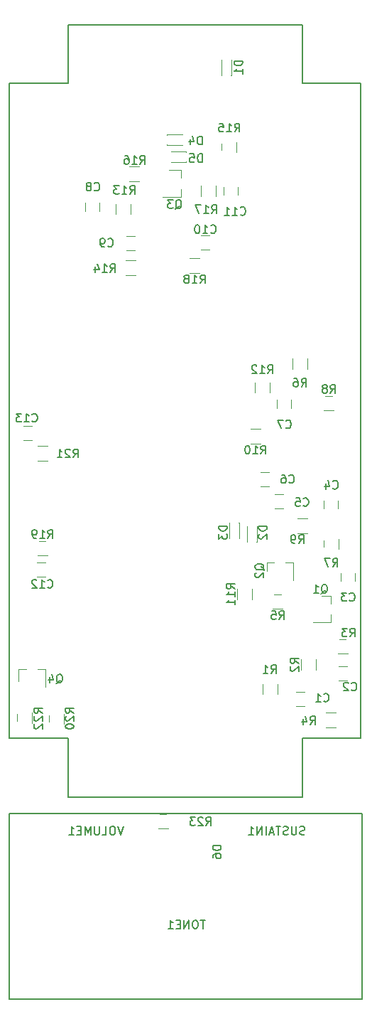
<source format=gbr>
G04 #@! TF.FileFunction,Legend,Bot*
%FSLAX46Y46*%
G04 Gerber Fmt 4.6, Leading zero omitted, Abs format (unit mm)*
G04 Created by KiCad (PCBNEW 4.0.6) date 12/30/17 00:01:55*
%MOMM*%
%LPD*%
G01*
G04 APERTURE LIST*
%ADD10C,0.100000*%
%ADD11C,0.150000*%
%ADD12C,0.120000*%
%ADD13R,1.200000X1.300000*%
%ADD14R,3.900000X3.900000*%
%ADD15O,5.400000X4.400000*%
%ADD16R,1.300000X1.200000*%
%ADD17O,4.400000X3.900000*%
%ADD18R,1.400000X1.650000*%
%ADD19R,1.650000X1.400000*%
%ADD20R,1.100000X1.000000*%
%ADD21R,1.000000X1.100000*%
%ADD22R,1.700000X1.100000*%
%ADD23R,1.100000X1.700000*%
%ADD24C,2.200000*%
%ADD25C,3.400000*%
%ADD26R,2.200000X2.200000*%
%ADD27R,2.100000X2.100000*%
%ADD28O,2.100000X2.100000*%
G04 APERTURE END LIST*
D10*
D11*
X96012000Y-188849000D02*
X96012000Y-110871000D01*
X61087000Y-195834000D02*
X89027000Y-195834000D01*
X61087000Y-188849000D02*
X54102000Y-188849000D01*
X54102000Y-110871000D02*
X54102000Y-188849000D01*
X89027000Y-103886000D02*
X61087000Y-103886000D01*
X96139000Y-197802500D02*
X54102000Y-197802500D01*
X96139000Y-197802500D02*
X96012000Y-197802500D01*
X96139000Y-219900500D02*
X96139000Y-197802500D01*
X54102000Y-219900500D02*
X54102000Y-197929500D01*
X54102000Y-197802500D02*
X54102000Y-197929500D01*
X54178200Y-219875100D02*
X96189800Y-219875100D01*
X61087000Y-110871000D02*
X54102000Y-110871000D01*
X61087000Y-103886000D02*
X61087000Y-110871000D01*
X89027000Y-110871000D02*
X96012000Y-110871000D01*
X89027000Y-103886000D02*
X89027000Y-110871000D01*
X89027000Y-188849000D02*
X89027000Y-195834000D01*
X96012000Y-188849000D02*
X89027000Y-188849000D01*
X61087000Y-188849000D02*
X61087000Y-195834000D01*
D12*
X55189000Y-180596000D02*
X56119000Y-180596000D01*
X58349000Y-180596000D02*
X57419000Y-180596000D01*
X58349000Y-180596000D02*
X58349000Y-182756000D01*
X55189000Y-180596000D02*
X55189000Y-182056000D01*
X92454000Y-171902000D02*
X92454000Y-172832000D01*
X92454000Y-175062000D02*
X92454000Y-174132000D01*
X92454000Y-175062000D02*
X90294000Y-175062000D01*
X92454000Y-171902000D02*
X90994000Y-171902000D01*
X84780000Y-167896000D02*
X85710000Y-167896000D01*
X87940000Y-167896000D02*
X87010000Y-167896000D01*
X87940000Y-167896000D02*
X87940000Y-170056000D01*
X84780000Y-167896000D02*
X84780000Y-169356000D01*
X74547000Y-121229000D02*
X74547000Y-122159000D01*
X74547000Y-124389000D02*
X74547000Y-123459000D01*
X74547000Y-124389000D02*
X72387000Y-124389000D01*
X74547000Y-121229000D02*
X73087000Y-121229000D01*
X88273000Y-183300000D02*
X89273000Y-183300000D01*
X89273000Y-185000000D02*
X88273000Y-185000000D01*
X93353000Y-180252000D02*
X94353000Y-180252000D01*
X94353000Y-181952000D02*
X93353000Y-181952000D01*
X93638000Y-170172000D02*
X93638000Y-169172000D01*
X95338000Y-169172000D02*
X95338000Y-170172000D01*
X91606000Y-161536000D02*
X91606000Y-160536000D01*
X93306000Y-160536000D02*
X93306000Y-161536000D01*
X86733000Y-161505000D02*
X85733000Y-161505000D01*
X85733000Y-159805000D02*
X86733000Y-159805000D01*
X85082000Y-158838000D02*
X84082000Y-158838000D01*
X84082000Y-157138000D02*
X85082000Y-157138000D01*
X87718000Y-148534500D02*
X87718000Y-149534500D01*
X86018000Y-149534500D02*
X86018000Y-148534500D01*
X63158000Y-126103000D02*
X63158000Y-125103000D01*
X64858000Y-125103000D02*
X64858000Y-126103000D01*
X68080000Y-129071000D02*
X69080000Y-129071000D01*
X69080000Y-130771000D02*
X68080000Y-130771000D01*
X76970000Y-128944000D02*
X77970000Y-128944000D01*
X77970000Y-130644000D02*
X76970000Y-130644000D01*
X81368000Y-123198000D02*
X81368000Y-124198000D01*
X79668000Y-124198000D02*
X79668000Y-123198000D01*
X58412000Y-169633000D02*
X57412000Y-169633000D01*
X57412000Y-167933000D02*
X58412000Y-167933000D01*
X56761000Y-153377000D02*
X55761000Y-153377000D01*
X55761000Y-151677000D02*
X56761000Y-151677000D01*
X80610000Y-109938200D02*
X79410000Y-109938200D01*
X80610000Y-108088200D02*
X80610000Y-109938200D01*
X79410000Y-108088200D02*
X79410000Y-109938200D01*
X83658000Y-165488000D02*
X82458000Y-165488000D01*
X83658000Y-163638000D02*
X83658000Y-165488000D01*
X82458000Y-163638000D02*
X82458000Y-165488000D01*
X80299000Y-163188000D02*
X81499000Y-163188000D01*
X80299000Y-165038000D02*
X80299000Y-163188000D01*
X81499000Y-165038000D02*
X81499000Y-163188000D01*
X75191000Y-119034000D02*
X75191000Y-120234000D01*
X73341000Y-119034000D02*
X75191000Y-119034000D01*
X73341000Y-120234000D02*
X75191000Y-120234000D01*
X84337000Y-182407000D02*
X84337000Y-183607000D01*
X86097000Y-183607000D02*
X86097000Y-182407000D01*
X90669000Y-180686000D02*
X90669000Y-179486000D01*
X88909000Y-179486000D02*
X88909000Y-180686000D01*
X93253000Y-178807000D02*
X94453000Y-178807000D01*
X94453000Y-177047000D02*
X93253000Y-177047000D01*
X91856000Y-187570000D02*
X93056000Y-187570000D01*
X93056000Y-185810000D02*
X91856000Y-185810000D01*
X86706000Y-171713000D02*
X85506000Y-171713000D01*
X85506000Y-173473000D02*
X86706000Y-173473000D01*
X89653000Y-144872000D02*
X89653000Y-143672000D01*
X87893000Y-143672000D02*
X87893000Y-144872000D01*
X93336000Y-166335000D02*
X93336000Y-165135000D01*
X91576000Y-165135000D02*
X91576000Y-166335000D01*
X91602000Y-149851000D02*
X92802000Y-149851000D01*
X92802000Y-148091000D02*
X91602000Y-148091000D01*
X89627000Y-162696000D02*
X88427000Y-162696000D01*
X88427000Y-164456000D02*
X89627000Y-164456000D01*
X84039000Y-152028000D02*
X82839000Y-152028000D01*
X82839000Y-153788000D02*
X84039000Y-153788000D01*
X83049000Y-172304000D02*
X83049000Y-171104000D01*
X81289000Y-171104000D02*
X81289000Y-172304000D01*
X83384500Y-146529500D02*
X83384500Y-147729500D01*
X85144500Y-147729500D02*
X85144500Y-146529500D01*
X66811000Y-125257000D02*
X66811000Y-126457000D01*
X68571000Y-126457000D02*
X68571000Y-125257000D01*
X67980000Y-133722000D02*
X69180000Y-133722000D01*
X69180000Y-131962000D02*
X67980000Y-131962000D01*
X81144000Y-119091000D02*
X81144000Y-117891000D01*
X79384000Y-117891000D02*
X79384000Y-119091000D01*
X68361000Y-122546000D02*
X69561000Y-122546000D01*
X69561000Y-120786000D02*
X68361000Y-120786000D01*
X76971000Y-123098000D02*
X76971000Y-124298000D01*
X78731000Y-124298000D02*
X78731000Y-123098000D01*
X76800000Y-131708000D02*
X75600000Y-131708000D01*
X75600000Y-133468000D02*
X76800000Y-133468000D01*
X57439000Y-167123000D02*
X58639000Y-167123000D01*
X58639000Y-165363000D02*
X57439000Y-165363000D01*
X60570000Y-187163000D02*
X60570000Y-185963000D01*
X58810000Y-185963000D02*
X58810000Y-187163000D01*
X57439000Y-155820000D02*
X58639000Y-155820000D01*
X58639000Y-154060000D02*
X57439000Y-154060000D01*
X56760000Y-187036000D02*
X56760000Y-185836000D01*
X55000000Y-185836000D02*
X55000000Y-187036000D01*
X71853500Y-199635000D02*
X73053500Y-199635000D01*
X73053500Y-197875000D02*
X71853500Y-197875000D01*
X72891000Y-118202000D02*
X72891000Y-117002000D01*
X74741000Y-118202000D02*
X72891000Y-118202000D01*
X74741000Y-117002000D02*
X72891000Y-117002000D01*
D11*
X59683638Y-182335419D02*
X59778876Y-182287800D01*
X59874114Y-182192562D01*
X60016971Y-182049705D01*
X60112210Y-182002086D01*
X60207448Y-182002086D01*
X60159829Y-182240181D02*
X60255067Y-182192562D01*
X60350305Y-182097324D01*
X60397924Y-181906848D01*
X60397924Y-181573514D01*
X60350305Y-181383038D01*
X60255067Y-181287800D01*
X60159829Y-181240181D01*
X59969352Y-181240181D01*
X59874114Y-181287800D01*
X59778876Y-181383038D01*
X59731257Y-181573514D01*
X59731257Y-181906848D01*
X59778876Y-182097324D01*
X59874114Y-182192562D01*
X59969352Y-182240181D01*
X60159829Y-182240181D01*
X58874114Y-181573514D02*
X58874114Y-182240181D01*
X59112210Y-181192562D02*
X59350305Y-181906848D01*
X58731257Y-181906848D01*
X91281238Y-171642019D02*
X91376476Y-171594400D01*
X91471714Y-171499162D01*
X91614571Y-171356305D01*
X91709810Y-171308686D01*
X91805048Y-171308686D01*
X91757429Y-171546781D02*
X91852667Y-171499162D01*
X91947905Y-171403924D01*
X91995524Y-171213448D01*
X91995524Y-170880114D01*
X91947905Y-170689638D01*
X91852667Y-170594400D01*
X91757429Y-170546781D01*
X91566952Y-170546781D01*
X91471714Y-170594400D01*
X91376476Y-170689638D01*
X91328857Y-170880114D01*
X91328857Y-171213448D01*
X91376476Y-171403924D01*
X91471714Y-171499162D01*
X91566952Y-171546781D01*
X91757429Y-171546781D01*
X90376476Y-171546781D02*
X90947905Y-171546781D01*
X90662191Y-171546781D02*
X90662191Y-170546781D01*
X90757429Y-170689638D01*
X90852667Y-170784876D01*
X90947905Y-170832495D01*
X84494619Y-168840162D02*
X84447000Y-168744924D01*
X84351762Y-168649686D01*
X84208905Y-168506829D01*
X84161286Y-168411590D01*
X84161286Y-168316352D01*
X84399381Y-168363971D02*
X84351762Y-168268733D01*
X84256524Y-168173495D01*
X84066048Y-168125876D01*
X83732714Y-168125876D01*
X83542238Y-168173495D01*
X83447000Y-168268733D01*
X83399381Y-168363971D01*
X83399381Y-168554448D01*
X83447000Y-168649686D01*
X83542238Y-168744924D01*
X83732714Y-168792543D01*
X84066048Y-168792543D01*
X84256524Y-168744924D01*
X84351762Y-168649686D01*
X84399381Y-168554448D01*
X84399381Y-168363971D01*
X83494619Y-169173495D02*
X83447000Y-169221114D01*
X83399381Y-169316352D01*
X83399381Y-169554448D01*
X83447000Y-169649686D01*
X83494619Y-169697305D01*
X83589857Y-169744924D01*
X83685095Y-169744924D01*
X83827952Y-169697305D01*
X84399381Y-169125876D01*
X84399381Y-169744924D01*
X73882238Y-125856619D02*
X73977476Y-125809000D01*
X74072714Y-125713762D01*
X74215571Y-125570905D01*
X74310810Y-125523286D01*
X74406048Y-125523286D01*
X74358429Y-125761381D02*
X74453667Y-125713762D01*
X74548905Y-125618524D01*
X74596524Y-125428048D01*
X74596524Y-125094714D01*
X74548905Y-124904238D01*
X74453667Y-124809000D01*
X74358429Y-124761381D01*
X74167952Y-124761381D01*
X74072714Y-124809000D01*
X73977476Y-124904238D01*
X73929857Y-125094714D01*
X73929857Y-125428048D01*
X73977476Y-125618524D01*
X74072714Y-125713762D01*
X74167952Y-125761381D01*
X74358429Y-125761381D01*
X73596524Y-124761381D02*
X72977476Y-124761381D01*
X73310810Y-125142333D01*
X73167952Y-125142333D01*
X73072714Y-125189952D01*
X73025095Y-125237571D01*
X72977476Y-125332810D01*
X72977476Y-125570905D01*
X73025095Y-125666143D01*
X73072714Y-125713762D01*
X73167952Y-125761381D01*
X73453667Y-125761381D01*
X73548905Y-125713762D01*
X73596524Y-125666143D01*
X91581266Y-184430943D02*
X91628885Y-184478562D01*
X91771742Y-184526181D01*
X91866980Y-184526181D01*
X92009838Y-184478562D01*
X92105076Y-184383324D01*
X92152695Y-184288086D01*
X92200314Y-184097610D01*
X92200314Y-183954752D01*
X92152695Y-183764276D01*
X92105076Y-183669038D01*
X92009838Y-183573800D01*
X91866980Y-183526181D01*
X91771742Y-183526181D01*
X91628885Y-183573800D01*
X91581266Y-183621419D01*
X90628885Y-184526181D02*
X91200314Y-184526181D01*
X90914600Y-184526181D02*
X90914600Y-183526181D01*
X91009838Y-183669038D01*
X91105076Y-183764276D01*
X91200314Y-183811895D01*
X94883266Y-183110143D02*
X94930885Y-183157762D01*
X95073742Y-183205381D01*
X95168980Y-183205381D01*
X95311838Y-183157762D01*
X95407076Y-183062524D01*
X95454695Y-182967286D01*
X95502314Y-182776810D01*
X95502314Y-182633952D01*
X95454695Y-182443476D01*
X95407076Y-182348238D01*
X95311838Y-182253000D01*
X95168980Y-182205381D01*
X95073742Y-182205381D01*
X94930885Y-182253000D01*
X94883266Y-182300619D01*
X94502314Y-182300619D02*
X94454695Y-182253000D01*
X94359457Y-182205381D01*
X94121361Y-182205381D01*
X94026123Y-182253000D01*
X93978504Y-182300619D01*
X93930885Y-182395857D01*
X93930885Y-182491095D01*
X93978504Y-182633952D01*
X94549933Y-183205381D01*
X93930885Y-183205381D01*
X94654666Y-172442143D02*
X94702285Y-172489762D01*
X94845142Y-172537381D01*
X94940380Y-172537381D01*
X95083238Y-172489762D01*
X95178476Y-172394524D01*
X95226095Y-172299286D01*
X95273714Y-172108810D01*
X95273714Y-171965952D01*
X95226095Y-171775476D01*
X95178476Y-171680238D01*
X95083238Y-171585000D01*
X94940380Y-171537381D01*
X94845142Y-171537381D01*
X94702285Y-171585000D01*
X94654666Y-171632619D01*
X94321333Y-171537381D02*
X93702285Y-171537381D01*
X94035619Y-171918333D01*
X93892761Y-171918333D01*
X93797523Y-171965952D01*
X93749904Y-172013571D01*
X93702285Y-172108810D01*
X93702285Y-172346905D01*
X93749904Y-172442143D01*
X93797523Y-172489762D01*
X93892761Y-172537381D01*
X94178476Y-172537381D01*
X94273714Y-172489762D01*
X94321333Y-172442143D01*
X92673466Y-159081743D02*
X92721085Y-159129362D01*
X92863942Y-159176981D01*
X92959180Y-159176981D01*
X93102038Y-159129362D01*
X93197276Y-159034124D01*
X93244895Y-158938886D01*
X93292514Y-158748410D01*
X93292514Y-158605552D01*
X93244895Y-158415076D01*
X93197276Y-158319838D01*
X93102038Y-158224600D01*
X92959180Y-158176981D01*
X92863942Y-158176981D01*
X92721085Y-158224600D01*
X92673466Y-158272219D01*
X91816323Y-158510314D02*
X91816323Y-159176981D01*
X92054419Y-158129362D02*
X92292514Y-158843648D01*
X91673466Y-158843648D01*
X89142866Y-161139143D02*
X89190485Y-161186762D01*
X89333342Y-161234381D01*
X89428580Y-161234381D01*
X89571438Y-161186762D01*
X89666676Y-161091524D01*
X89714295Y-160996286D01*
X89761914Y-160805810D01*
X89761914Y-160662952D01*
X89714295Y-160472476D01*
X89666676Y-160377238D01*
X89571438Y-160282000D01*
X89428580Y-160234381D01*
X89333342Y-160234381D01*
X89190485Y-160282000D01*
X89142866Y-160329619D01*
X88238104Y-160234381D02*
X88714295Y-160234381D01*
X88761914Y-160710571D01*
X88714295Y-160662952D01*
X88619057Y-160615333D01*
X88380961Y-160615333D01*
X88285723Y-160662952D01*
X88238104Y-160710571D01*
X88190485Y-160805810D01*
X88190485Y-161043905D01*
X88238104Y-161139143D01*
X88285723Y-161186762D01*
X88380961Y-161234381D01*
X88619057Y-161234381D01*
X88714295Y-161186762D01*
X88761914Y-161139143D01*
X87441066Y-158395943D02*
X87488685Y-158443562D01*
X87631542Y-158491181D01*
X87726780Y-158491181D01*
X87869638Y-158443562D01*
X87964876Y-158348324D01*
X88012495Y-158253086D01*
X88060114Y-158062610D01*
X88060114Y-157919752D01*
X88012495Y-157729276D01*
X87964876Y-157634038D01*
X87869638Y-157538800D01*
X87726780Y-157491181D01*
X87631542Y-157491181D01*
X87488685Y-157538800D01*
X87441066Y-157586419D01*
X86583923Y-157491181D02*
X86774400Y-157491181D01*
X86869638Y-157538800D01*
X86917257Y-157586419D01*
X87012495Y-157729276D01*
X87060114Y-157919752D01*
X87060114Y-158300705D01*
X87012495Y-158395943D01*
X86964876Y-158443562D01*
X86869638Y-158491181D01*
X86679161Y-158491181D01*
X86583923Y-158443562D01*
X86536304Y-158395943D01*
X86488685Y-158300705D01*
X86488685Y-158062610D01*
X86536304Y-157967371D01*
X86583923Y-157919752D01*
X86679161Y-157872133D01*
X86869638Y-157872133D01*
X86964876Y-157919752D01*
X87012495Y-157967371D01*
X87060114Y-158062610D01*
X87060066Y-151868143D02*
X87107685Y-151915762D01*
X87250542Y-151963381D01*
X87345780Y-151963381D01*
X87488638Y-151915762D01*
X87583876Y-151820524D01*
X87631495Y-151725286D01*
X87679114Y-151534810D01*
X87679114Y-151391952D01*
X87631495Y-151201476D01*
X87583876Y-151106238D01*
X87488638Y-151011000D01*
X87345780Y-150963381D01*
X87250542Y-150963381D01*
X87107685Y-151011000D01*
X87060066Y-151058619D01*
X86726733Y-150963381D02*
X86060066Y-150963381D01*
X86488638Y-151963381D01*
X64225466Y-123597943D02*
X64273085Y-123645562D01*
X64415942Y-123693181D01*
X64511180Y-123693181D01*
X64654038Y-123645562D01*
X64749276Y-123550324D01*
X64796895Y-123455086D01*
X64844514Y-123264610D01*
X64844514Y-123121752D01*
X64796895Y-122931276D01*
X64749276Y-122836038D01*
X64654038Y-122740800D01*
X64511180Y-122693181D01*
X64415942Y-122693181D01*
X64273085Y-122740800D01*
X64225466Y-122788419D01*
X63654038Y-123121752D02*
X63749276Y-123074133D01*
X63796895Y-123026514D01*
X63844514Y-122931276D01*
X63844514Y-122883657D01*
X63796895Y-122788419D01*
X63749276Y-122740800D01*
X63654038Y-122693181D01*
X63463561Y-122693181D01*
X63368323Y-122740800D01*
X63320704Y-122788419D01*
X63273085Y-122883657D01*
X63273085Y-122931276D01*
X63320704Y-123026514D01*
X63368323Y-123074133D01*
X63463561Y-123121752D01*
X63654038Y-123121752D01*
X63749276Y-123169371D01*
X63796895Y-123216990D01*
X63844514Y-123312229D01*
X63844514Y-123502705D01*
X63796895Y-123597943D01*
X63749276Y-123645562D01*
X63654038Y-123693181D01*
X63463561Y-123693181D01*
X63368323Y-123645562D01*
X63320704Y-123597943D01*
X63273085Y-123502705D01*
X63273085Y-123312229D01*
X63320704Y-123216990D01*
X63368323Y-123169371D01*
X63463561Y-123121752D01*
X65851066Y-130252743D02*
X65898685Y-130300362D01*
X66041542Y-130347981D01*
X66136780Y-130347981D01*
X66279638Y-130300362D01*
X66374876Y-130205124D01*
X66422495Y-130109886D01*
X66470114Y-129919410D01*
X66470114Y-129776552D01*
X66422495Y-129586076D01*
X66374876Y-129490838D01*
X66279638Y-129395600D01*
X66136780Y-129347981D01*
X66041542Y-129347981D01*
X65898685Y-129395600D01*
X65851066Y-129443219D01*
X65374876Y-130347981D02*
X65184400Y-130347981D01*
X65089161Y-130300362D01*
X65041542Y-130252743D01*
X64946304Y-130109886D01*
X64898685Y-129919410D01*
X64898685Y-129538457D01*
X64946304Y-129443219D01*
X64993923Y-129395600D01*
X65089161Y-129347981D01*
X65279638Y-129347981D01*
X65374876Y-129395600D01*
X65422495Y-129443219D01*
X65470114Y-129538457D01*
X65470114Y-129776552D01*
X65422495Y-129871790D01*
X65374876Y-129919410D01*
X65279638Y-129967029D01*
X65089161Y-129967029D01*
X64993923Y-129919410D01*
X64946304Y-129871790D01*
X64898685Y-129776552D01*
X78112857Y-128651143D02*
X78160476Y-128698762D01*
X78303333Y-128746381D01*
X78398571Y-128746381D01*
X78541429Y-128698762D01*
X78636667Y-128603524D01*
X78684286Y-128508286D01*
X78731905Y-128317810D01*
X78731905Y-128174952D01*
X78684286Y-127984476D01*
X78636667Y-127889238D01*
X78541429Y-127794000D01*
X78398571Y-127746381D01*
X78303333Y-127746381D01*
X78160476Y-127794000D01*
X78112857Y-127841619D01*
X77160476Y-128746381D02*
X77731905Y-128746381D01*
X77446191Y-128746381D02*
X77446191Y-127746381D01*
X77541429Y-127889238D01*
X77636667Y-127984476D01*
X77731905Y-128032095D01*
X76541429Y-127746381D02*
X76446190Y-127746381D01*
X76350952Y-127794000D01*
X76303333Y-127841619D01*
X76255714Y-127936857D01*
X76208095Y-128127333D01*
X76208095Y-128365429D01*
X76255714Y-128555905D01*
X76303333Y-128651143D01*
X76350952Y-128698762D01*
X76446190Y-128746381D01*
X76541429Y-128746381D01*
X76636667Y-128698762D01*
X76684286Y-128651143D01*
X76731905Y-128555905D01*
X76779524Y-128365429D01*
X76779524Y-128127333D01*
X76731905Y-127936857D01*
X76684286Y-127841619D01*
X76636667Y-127794000D01*
X76541429Y-127746381D01*
X81643457Y-126493543D02*
X81691076Y-126541162D01*
X81833933Y-126588781D01*
X81929171Y-126588781D01*
X82072029Y-126541162D01*
X82167267Y-126445924D01*
X82214886Y-126350686D01*
X82262505Y-126160210D01*
X82262505Y-126017352D01*
X82214886Y-125826876D01*
X82167267Y-125731638D01*
X82072029Y-125636400D01*
X81929171Y-125588781D01*
X81833933Y-125588781D01*
X81691076Y-125636400D01*
X81643457Y-125684019D01*
X80691076Y-126588781D02*
X81262505Y-126588781D01*
X80976791Y-126588781D02*
X80976791Y-125588781D01*
X81072029Y-125731638D01*
X81167267Y-125826876D01*
X81262505Y-125874495D01*
X79738695Y-126588781D02*
X80310124Y-126588781D01*
X80024410Y-126588781D02*
X80024410Y-125588781D01*
X80119648Y-125731638D01*
X80214886Y-125826876D01*
X80310124Y-125874495D01*
X58656457Y-170867343D02*
X58704076Y-170914962D01*
X58846933Y-170962581D01*
X58942171Y-170962581D01*
X59085029Y-170914962D01*
X59180267Y-170819724D01*
X59227886Y-170724486D01*
X59275505Y-170534010D01*
X59275505Y-170391152D01*
X59227886Y-170200676D01*
X59180267Y-170105438D01*
X59085029Y-170010200D01*
X58942171Y-169962581D01*
X58846933Y-169962581D01*
X58704076Y-170010200D01*
X58656457Y-170057819D01*
X57704076Y-170962581D02*
X58275505Y-170962581D01*
X57989791Y-170962581D02*
X57989791Y-169962581D01*
X58085029Y-170105438D01*
X58180267Y-170200676D01*
X58275505Y-170248295D01*
X57323124Y-170057819D02*
X57275505Y-170010200D01*
X57180267Y-169962581D01*
X56942171Y-169962581D01*
X56846933Y-170010200D01*
X56799314Y-170057819D01*
X56751695Y-170153057D01*
X56751695Y-170248295D01*
X56799314Y-170391152D01*
X57370743Y-170962581D01*
X56751695Y-170962581D01*
X56802257Y-151106143D02*
X56849876Y-151153762D01*
X56992733Y-151201381D01*
X57087971Y-151201381D01*
X57230829Y-151153762D01*
X57326067Y-151058524D01*
X57373686Y-150963286D01*
X57421305Y-150772810D01*
X57421305Y-150629952D01*
X57373686Y-150439476D01*
X57326067Y-150344238D01*
X57230829Y-150249000D01*
X57087971Y-150201381D01*
X56992733Y-150201381D01*
X56849876Y-150249000D01*
X56802257Y-150296619D01*
X55849876Y-151201381D02*
X56421305Y-151201381D01*
X56135591Y-151201381D02*
X56135591Y-150201381D01*
X56230829Y-150344238D01*
X56326067Y-150439476D01*
X56421305Y-150487095D01*
X55516543Y-150201381D02*
X54897495Y-150201381D01*
X55230829Y-150582333D01*
X55087971Y-150582333D01*
X54992733Y-150629952D01*
X54945114Y-150677571D01*
X54897495Y-150772810D01*
X54897495Y-151010905D01*
X54945114Y-151106143D01*
X54992733Y-151153762D01*
X55087971Y-151201381D01*
X55373686Y-151201381D01*
X55468924Y-151153762D01*
X55516543Y-151106143D01*
X81884781Y-108202505D02*
X80884781Y-108202505D01*
X80884781Y-108440600D01*
X80932400Y-108583458D01*
X81027638Y-108678696D01*
X81122876Y-108726315D01*
X81313352Y-108773934D01*
X81456210Y-108773934D01*
X81646686Y-108726315D01*
X81741924Y-108678696D01*
X81837162Y-108583458D01*
X81884781Y-108440600D01*
X81884781Y-108202505D01*
X81884781Y-109726315D02*
X81884781Y-109154886D01*
X81884781Y-109440600D02*
X80884781Y-109440600D01*
X81027638Y-109345362D01*
X81122876Y-109250124D01*
X81170495Y-109154886D01*
X84810381Y-163599905D02*
X83810381Y-163599905D01*
X83810381Y-163838000D01*
X83858000Y-163980858D01*
X83953238Y-164076096D01*
X84048476Y-164123715D01*
X84238952Y-164171334D01*
X84381810Y-164171334D01*
X84572286Y-164123715D01*
X84667524Y-164076096D01*
X84762762Y-163980858D01*
X84810381Y-163838000D01*
X84810381Y-163599905D01*
X83905619Y-164552286D02*
X83858000Y-164599905D01*
X83810381Y-164695143D01*
X83810381Y-164933239D01*
X83858000Y-165028477D01*
X83905619Y-165076096D01*
X84000857Y-165123715D01*
X84096095Y-165123715D01*
X84238952Y-165076096D01*
X84810381Y-164504667D01*
X84810381Y-165123715D01*
X80051381Y-163599905D02*
X79051381Y-163599905D01*
X79051381Y-163838000D01*
X79099000Y-163980858D01*
X79194238Y-164076096D01*
X79289476Y-164123715D01*
X79479952Y-164171334D01*
X79622810Y-164171334D01*
X79813286Y-164123715D01*
X79908524Y-164076096D01*
X80003762Y-163980858D01*
X80051381Y-163838000D01*
X80051381Y-163599905D01*
X79051381Y-164504667D02*
X79051381Y-165123715D01*
X79432333Y-164790381D01*
X79432333Y-164933239D01*
X79479952Y-165028477D01*
X79527571Y-165076096D01*
X79622810Y-165123715D01*
X79860905Y-165123715D01*
X79956143Y-165076096D01*
X80003762Y-165028477D01*
X80051381Y-164933239D01*
X80051381Y-164647524D01*
X80003762Y-164552286D01*
X79956143Y-164504667D01*
X77065095Y-118181381D02*
X77065095Y-117181381D01*
X76827000Y-117181381D01*
X76684142Y-117229000D01*
X76588904Y-117324238D01*
X76541285Y-117419476D01*
X76493666Y-117609952D01*
X76493666Y-117752810D01*
X76541285Y-117943286D01*
X76588904Y-118038524D01*
X76684142Y-118133762D01*
X76827000Y-118181381D01*
X77065095Y-118181381D01*
X75636523Y-117514714D02*
X75636523Y-118181381D01*
X75874619Y-117133762D02*
X76112714Y-117848048D01*
X75493666Y-117848048D01*
X85307466Y-181147981D02*
X85640800Y-180671790D01*
X85878895Y-181147981D02*
X85878895Y-180147981D01*
X85497942Y-180147981D01*
X85402704Y-180195600D01*
X85355085Y-180243219D01*
X85307466Y-180338457D01*
X85307466Y-180481314D01*
X85355085Y-180576552D01*
X85402704Y-180624171D01*
X85497942Y-180671790D01*
X85878895Y-180671790D01*
X84355085Y-181147981D02*
X84926514Y-181147981D01*
X84640800Y-181147981D02*
X84640800Y-180147981D01*
X84736038Y-180290838D01*
X84831276Y-180386076D01*
X84926514Y-180433695D01*
X88591381Y-179919334D02*
X88115190Y-179586000D01*
X88591381Y-179347905D02*
X87591381Y-179347905D01*
X87591381Y-179728858D01*
X87639000Y-179824096D01*
X87686619Y-179871715D01*
X87781857Y-179919334D01*
X87924714Y-179919334D01*
X88019952Y-179871715D01*
X88067571Y-179824096D01*
X88115190Y-179728858D01*
X88115190Y-179347905D01*
X87686619Y-180300286D02*
X87639000Y-180347905D01*
X87591381Y-180443143D01*
X87591381Y-180681239D01*
X87639000Y-180776477D01*
X87686619Y-180824096D01*
X87781857Y-180871715D01*
X87877095Y-180871715D01*
X88019952Y-180824096D01*
X88591381Y-180252667D01*
X88591381Y-180871715D01*
X94705466Y-176779181D02*
X95038800Y-176302990D01*
X95276895Y-176779181D02*
X95276895Y-175779181D01*
X94895942Y-175779181D01*
X94800704Y-175826800D01*
X94753085Y-175874419D01*
X94705466Y-175969657D01*
X94705466Y-176112514D01*
X94753085Y-176207752D01*
X94800704Y-176255371D01*
X94895942Y-176302990D01*
X95276895Y-176302990D01*
X94372133Y-175779181D02*
X93753085Y-175779181D01*
X94086419Y-176160133D01*
X93943561Y-176160133D01*
X93848323Y-176207752D01*
X93800704Y-176255371D01*
X93753085Y-176350610D01*
X93753085Y-176588705D01*
X93800704Y-176683943D01*
X93848323Y-176731562D01*
X93943561Y-176779181D01*
X94229276Y-176779181D01*
X94324514Y-176731562D01*
X94372133Y-176683943D01*
X89955666Y-187243981D02*
X90289000Y-186767790D01*
X90527095Y-187243981D02*
X90527095Y-186243981D01*
X90146142Y-186243981D01*
X90050904Y-186291600D01*
X90003285Y-186339219D01*
X89955666Y-186434457D01*
X89955666Y-186577314D01*
X90003285Y-186672552D01*
X90050904Y-186720171D01*
X90146142Y-186767790D01*
X90527095Y-186767790D01*
X89098523Y-186577314D02*
X89098523Y-187243981D01*
X89336619Y-186196362D02*
X89574714Y-186910648D01*
X88955666Y-186910648D01*
X86272666Y-174695381D02*
X86606000Y-174219190D01*
X86844095Y-174695381D02*
X86844095Y-173695381D01*
X86463142Y-173695381D01*
X86367904Y-173743000D01*
X86320285Y-173790619D01*
X86272666Y-173885857D01*
X86272666Y-174028714D01*
X86320285Y-174123952D01*
X86367904Y-174171571D01*
X86463142Y-174219190D01*
X86844095Y-174219190D01*
X85367904Y-173695381D02*
X85844095Y-173695381D01*
X85891714Y-174171571D01*
X85844095Y-174123952D01*
X85748857Y-174076333D01*
X85510761Y-174076333D01*
X85415523Y-174123952D01*
X85367904Y-174171571D01*
X85320285Y-174266810D01*
X85320285Y-174504905D01*
X85367904Y-174600143D01*
X85415523Y-174647762D01*
X85510761Y-174695381D01*
X85748857Y-174695381D01*
X85844095Y-174647762D01*
X85891714Y-174600143D01*
X88914266Y-147010381D02*
X89247600Y-146534190D01*
X89485695Y-147010381D02*
X89485695Y-146010381D01*
X89104742Y-146010381D01*
X89009504Y-146058000D01*
X88961885Y-146105619D01*
X88914266Y-146200857D01*
X88914266Y-146343714D01*
X88961885Y-146438952D01*
X89009504Y-146486571D01*
X89104742Y-146534190D01*
X89485695Y-146534190D01*
X88057123Y-146010381D02*
X88247600Y-146010381D01*
X88342838Y-146058000D01*
X88390457Y-146105619D01*
X88485695Y-146248476D01*
X88533314Y-146438952D01*
X88533314Y-146819905D01*
X88485695Y-146915143D01*
X88438076Y-146962762D01*
X88342838Y-147010381D01*
X88152361Y-147010381D01*
X88057123Y-146962762D01*
X88009504Y-146915143D01*
X87961885Y-146819905D01*
X87961885Y-146581810D01*
X88009504Y-146486571D01*
X88057123Y-146438952D01*
X88152361Y-146391333D01*
X88342838Y-146391333D01*
X88438076Y-146438952D01*
X88485695Y-146486571D01*
X88533314Y-146581810D01*
X92648066Y-168422581D02*
X92981400Y-167946390D01*
X93219495Y-168422581D02*
X93219495Y-167422581D01*
X92838542Y-167422581D01*
X92743304Y-167470200D01*
X92695685Y-167517819D01*
X92648066Y-167613057D01*
X92648066Y-167755914D01*
X92695685Y-167851152D01*
X92743304Y-167898771D01*
X92838542Y-167946390D01*
X93219495Y-167946390D01*
X92314733Y-167422581D02*
X91648066Y-167422581D01*
X92076638Y-168422581D01*
X92368666Y-147773381D02*
X92702000Y-147297190D01*
X92940095Y-147773381D02*
X92940095Y-146773381D01*
X92559142Y-146773381D01*
X92463904Y-146821000D01*
X92416285Y-146868619D01*
X92368666Y-146963857D01*
X92368666Y-147106714D01*
X92416285Y-147201952D01*
X92463904Y-147249571D01*
X92559142Y-147297190D01*
X92940095Y-147297190D01*
X91797238Y-147201952D02*
X91892476Y-147154333D01*
X91940095Y-147106714D01*
X91987714Y-147011476D01*
X91987714Y-146963857D01*
X91940095Y-146868619D01*
X91892476Y-146821000D01*
X91797238Y-146773381D01*
X91606761Y-146773381D01*
X91511523Y-146821000D01*
X91463904Y-146868619D01*
X91416285Y-146963857D01*
X91416285Y-147011476D01*
X91463904Y-147106714D01*
X91511523Y-147154333D01*
X91606761Y-147201952D01*
X91797238Y-147201952D01*
X91892476Y-147249571D01*
X91940095Y-147297190D01*
X91987714Y-147392429D01*
X91987714Y-147582905D01*
X91940095Y-147678143D01*
X91892476Y-147725762D01*
X91797238Y-147773381D01*
X91606761Y-147773381D01*
X91511523Y-147725762D01*
X91463904Y-147678143D01*
X91416285Y-147582905D01*
X91416285Y-147392429D01*
X91463904Y-147297190D01*
X91511523Y-147249571D01*
X91606761Y-147201952D01*
X88609466Y-165628581D02*
X88942800Y-165152390D01*
X89180895Y-165628581D02*
X89180895Y-164628581D01*
X88799942Y-164628581D01*
X88704704Y-164676200D01*
X88657085Y-164723819D01*
X88609466Y-164819057D01*
X88609466Y-164961914D01*
X88657085Y-165057152D01*
X88704704Y-165104771D01*
X88799942Y-165152390D01*
X89180895Y-165152390D01*
X88133276Y-165628581D02*
X87942800Y-165628581D01*
X87847561Y-165580962D01*
X87799942Y-165533343D01*
X87704704Y-165390486D01*
X87657085Y-165200010D01*
X87657085Y-164819057D01*
X87704704Y-164723819D01*
X87752323Y-164676200D01*
X87847561Y-164628581D01*
X88038038Y-164628581D01*
X88133276Y-164676200D01*
X88180895Y-164723819D01*
X88228514Y-164819057D01*
X88228514Y-165057152D01*
X88180895Y-165152390D01*
X88133276Y-165200010D01*
X88038038Y-165247629D01*
X87847561Y-165247629D01*
X87752323Y-165200010D01*
X87704704Y-165152390D01*
X87657085Y-165057152D01*
X84081857Y-155010381D02*
X84415191Y-154534190D01*
X84653286Y-155010381D02*
X84653286Y-154010381D01*
X84272333Y-154010381D01*
X84177095Y-154058000D01*
X84129476Y-154105619D01*
X84081857Y-154200857D01*
X84081857Y-154343714D01*
X84129476Y-154438952D01*
X84177095Y-154486571D01*
X84272333Y-154534190D01*
X84653286Y-154534190D01*
X83129476Y-155010381D02*
X83700905Y-155010381D01*
X83415191Y-155010381D02*
X83415191Y-154010381D01*
X83510429Y-154153238D01*
X83605667Y-154248476D01*
X83700905Y-154296095D01*
X82510429Y-154010381D02*
X82415190Y-154010381D01*
X82319952Y-154058000D01*
X82272333Y-154105619D01*
X82224714Y-154200857D01*
X82177095Y-154391333D01*
X82177095Y-154629429D01*
X82224714Y-154819905D01*
X82272333Y-154915143D01*
X82319952Y-154962762D01*
X82415190Y-155010381D01*
X82510429Y-155010381D01*
X82605667Y-154962762D01*
X82653286Y-154915143D01*
X82700905Y-154819905D01*
X82748524Y-154629429D01*
X82748524Y-154391333D01*
X82700905Y-154200857D01*
X82653286Y-154105619D01*
X82605667Y-154058000D01*
X82510429Y-154010381D01*
X80971381Y-171061143D02*
X80495190Y-170727809D01*
X80971381Y-170489714D02*
X79971381Y-170489714D01*
X79971381Y-170870667D01*
X80019000Y-170965905D01*
X80066619Y-171013524D01*
X80161857Y-171061143D01*
X80304714Y-171061143D01*
X80399952Y-171013524D01*
X80447571Y-170965905D01*
X80495190Y-170870667D01*
X80495190Y-170489714D01*
X80971381Y-172013524D02*
X80971381Y-171442095D01*
X80971381Y-171727809D02*
X79971381Y-171727809D01*
X80114238Y-171632571D01*
X80209476Y-171537333D01*
X80257095Y-171442095D01*
X80971381Y-172965905D02*
X80971381Y-172394476D01*
X80971381Y-172680190D02*
X79971381Y-172680190D01*
X80114238Y-172584952D01*
X80209476Y-172489714D01*
X80257095Y-172394476D01*
X84894657Y-145435581D02*
X85227991Y-144959390D01*
X85466086Y-145435581D02*
X85466086Y-144435581D01*
X85085133Y-144435581D01*
X84989895Y-144483200D01*
X84942276Y-144530819D01*
X84894657Y-144626057D01*
X84894657Y-144768914D01*
X84942276Y-144864152D01*
X84989895Y-144911771D01*
X85085133Y-144959390D01*
X85466086Y-144959390D01*
X83942276Y-145435581D02*
X84513705Y-145435581D01*
X84227991Y-145435581D02*
X84227991Y-144435581D01*
X84323229Y-144578438D01*
X84418467Y-144673676D01*
X84513705Y-144721295D01*
X83561324Y-144530819D02*
X83513705Y-144483200D01*
X83418467Y-144435581D01*
X83180371Y-144435581D01*
X83085133Y-144483200D01*
X83037514Y-144530819D01*
X82989895Y-144626057D01*
X82989895Y-144721295D01*
X83037514Y-144864152D01*
X83608943Y-145435581D01*
X82989895Y-145435581D01*
X68460857Y-124074181D02*
X68794191Y-123597990D01*
X69032286Y-124074181D02*
X69032286Y-123074181D01*
X68651333Y-123074181D01*
X68556095Y-123121800D01*
X68508476Y-123169419D01*
X68460857Y-123264657D01*
X68460857Y-123407514D01*
X68508476Y-123502752D01*
X68556095Y-123550371D01*
X68651333Y-123597990D01*
X69032286Y-123597990D01*
X67508476Y-124074181D02*
X68079905Y-124074181D01*
X67794191Y-124074181D02*
X67794191Y-123074181D01*
X67889429Y-123217038D01*
X67984667Y-123312276D01*
X68079905Y-123359895D01*
X67175143Y-123074181D02*
X66556095Y-123074181D01*
X66889429Y-123455133D01*
X66746571Y-123455133D01*
X66651333Y-123502752D01*
X66603714Y-123550371D01*
X66556095Y-123645610D01*
X66556095Y-123883705D01*
X66603714Y-123978943D01*
X66651333Y-124026562D01*
X66746571Y-124074181D01*
X67032286Y-124074181D01*
X67127524Y-124026562D01*
X67175143Y-123978943D01*
X66124057Y-133395981D02*
X66457391Y-132919790D01*
X66695486Y-133395981D02*
X66695486Y-132395981D01*
X66314533Y-132395981D01*
X66219295Y-132443600D01*
X66171676Y-132491219D01*
X66124057Y-132586457D01*
X66124057Y-132729314D01*
X66171676Y-132824552D01*
X66219295Y-132872171D01*
X66314533Y-132919790D01*
X66695486Y-132919790D01*
X65171676Y-133395981D02*
X65743105Y-133395981D01*
X65457391Y-133395981D02*
X65457391Y-132395981D01*
X65552629Y-132538838D01*
X65647867Y-132634076D01*
X65743105Y-132681695D01*
X64314533Y-132729314D02*
X64314533Y-133395981D01*
X64552629Y-132348362D02*
X64790724Y-133062648D01*
X64171676Y-133062648D01*
X80957657Y-116657381D02*
X81290991Y-116181190D01*
X81529086Y-116657381D02*
X81529086Y-115657381D01*
X81148133Y-115657381D01*
X81052895Y-115705000D01*
X81005276Y-115752619D01*
X80957657Y-115847857D01*
X80957657Y-115990714D01*
X81005276Y-116085952D01*
X81052895Y-116133571D01*
X81148133Y-116181190D01*
X81529086Y-116181190D01*
X80005276Y-116657381D02*
X80576705Y-116657381D01*
X80290991Y-116657381D02*
X80290991Y-115657381D01*
X80386229Y-115800238D01*
X80481467Y-115895476D01*
X80576705Y-115943095D01*
X79100514Y-115657381D02*
X79576705Y-115657381D01*
X79624324Y-116133571D01*
X79576705Y-116085952D01*
X79481467Y-116038333D01*
X79243371Y-116038333D01*
X79148133Y-116085952D01*
X79100514Y-116133571D01*
X79052895Y-116228810D01*
X79052895Y-116466905D01*
X79100514Y-116562143D01*
X79148133Y-116609762D01*
X79243371Y-116657381D01*
X79481467Y-116657381D01*
X79576705Y-116609762D01*
X79624324Y-116562143D01*
X69680057Y-120492781D02*
X70013391Y-120016590D01*
X70251486Y-120492781D02*
X70251486Y-119492781D01*
X69870533Y-119492781D01*
X69775295Y-119540400D01*
X69727676Y-119588019D01*
X69680057Y-119683257D01*
X69680057Y-119826114D01*
X69727676Y-119921352D01*
X69775295Y-119968971D01*
X69870533Y-120016590D01*
X70251486Y-120016590D01*
X68727676Y-120492781D02*
X69299105Y-120492781D01*
X69013391Y-120492781D02*
X69013391Y-119492781D01*
X69108629Y-119635638D01*
X69203867Y-119730876D01*
X69299105Y-119778495D01*
X67870533Y-119492781D02*
X68061010Y-119492781D01*
X68156248Y-119540400D01*
X68203867Y-119588019D01*
X68299105Y-119730876D01*
X68346724Y-119921352D01*
X68346724Y-120302305D01*
X68299105Y-120397543D01*
X68251486Y-120445162D01*
X68156248Y-120492781D01*
X67965771Y-120492781D01*
X67870533Y-120445162D01*
X67822914Y-120397543D01*
X67775295Y-120302305D01*
X67775295Y-120064210D01*
X67822914Y-119968971D01*
X67870533Y-119921352D01*
X67965771Y-119873733D01*
X68156248Y-119873733D01*
X68251486Y-119921352D01*
X68299105Y-119968971D01*
X68346724Y-120064210D01*
X78214457Y-126385581D02*
X78547791Y-125909390D01*
X78785886Y-126385581D02*
X78785886Y-125385581D01*
X78404933Y-125385581D01*
X78309695Y-125433200D01*
X78262076Y-125480819D01*
X78214457Y-125576057D01*
X78214457Y-125718914D01*
X78262076Y-125814152D01*
X78309695Y-125861771D01*
X78404933Y-125909390D01*
X78785886Y-125909390D01*
X77262076Y-126385581D02*
X77833505Y-126385581D01*
X77547791Y-126385581D02*
X77547791Y-125385581D01*
X77643029Y-125528438D01*
X77738267Y-125623676D01*
X77833505Y-125671295D01*
X76928743Y-125385581D02*
X76262076Y-125385581D01*
X76690648Y-126385581D01*
X76842857Y-134690381D02*
X77176191Y-134214190D01*
X77414286Y-134690381D02*
X77414286Y-133690381D01*
X77033333Y-133690381D01*
X76938095Y-133738000D01*
X76890476Y-133785619D01*
X76842857Y-133880857D01*
X76842857Y-134023714D01*
X76890476Y-134118952D01*
X76938095Y-134166571D01*
X77033333Y-134214190D01*
X77414286Y-134214190D01*
X75890476Y-134690381D02*
X76461905Y-134690381D01*
X76176191Y-134690381D02*
X76176191Y-133690381D01*
X76271429Y-133833238D01*
X76366667Y-133928476D01*
X76461905Y-133976095D01*
X75319048Y-134118952D02*
X75414286Y-134071333D01*
X75461905Y-134023714D01*
X75509524Y-133928476D01*
X75509524Y-133880857D01*
X75461905Y-133785619D01*
X75414286Y-133738000D01*
X75319048Y-133690381D01*
X75128571Y-133690381D01*
X75033333Y-133738000D01*
X74985714Y-133785619D01*
X74938095Y-133880857D01*
X74938095Y-133928476D01*
X74985714Y-134023714D01*
X75033333Y-134071333D01*
X75128571Y-134118952D01*
X75319048Y-134118952D01*
X75414286Y-134166571D01*
X75461905Y-134214190D01*
X75509524Y-134309429D01*
X75509524Y-134499905D01*
X75461905Y-134595143D01*
X75414286Y-134642762D01*
X75319048Y-134690381D01*
X75128571Y-134690381D01*
X75033333Y-134642762D01*
X74985714Y-134595143D01*
X74938095Y-134499905D01*
X74938095Y-134309429D01*
X74985714Y-134214190D01*
X75033333Y-134166571D01*
X75128571Y-134118952D01*
X58681857Y-165045381D02*
X59015191Y-164569190D01*
X59253286Y-165045381D02*
X59253286Y-164045381D01*
X58872333Y-164045381D01*
X58777095Y-164093000D01*
X58729476Y-164140619D01*
X58681857Y-164235857D01*
X58681857Y-164378714D01*
X58729476Y-164473952D01*
X58777095Y-164521571D01*
X58872333Y-164569190D01*
X59253286Y-164569190D01*
X57729476Y-165045381D02*
X58300905Y-165045381D01*
X58015191Y-165045381D02*
X58015191Y-164045381D01*
X58110429Y-164188238D01*
X58205667Y-164283476D01*
X58300905Y-164331095D01*
X57253286Y-165045381D02*
X57062810Y-165045381D01*
X56967571Y-164997762D01*
X56919952Y-164950143D01*
X56824714Y-164807286D01*
X56777095Y-164616810D01*
X56777095Y-164235857D01*
X56824714Y-164140619D01*
X56872333Y-164093000D01*
X56967571Y-164045381D01*
X57158048Y-164045381D01*
X57253286Y-164093000D01*
X57300905Y-164140619D01*
X57348524Y-164235857D01*
X57348524Y-164473952D01*
X57300905Y-164569190D01*
X57253286Y-164616810D01*
X57158048Y-164664429D01*
X56967571Y-164664429D01*
X56872333Y-164616810D01*
X56824714Y-164569190D01*
X56777095Y-164473952D01*
X61767981Y-185843943D02*
X61291790Y-185510609D01*
X61767981Y-185272514D02*
X60767981Y-185272514D01*
X60767981Y-185653467D01*
X60815600Y-185748705D01*
X60863219Y-185796324D01*
X60958457Y-185843943D01*
X61101314Y-185843943D01*
X61196552Y-185796324D01*
X61244171Y-185748705D01*
X61291790Y-185653467D01*
X61291790Y-185272514D01*
X60863219Y-186224895D02*
X60815600Y-186272514D01*
X60767981Y-186367752D01*
X60767981Y-186605848D01*
X60815600Y-186701086D01*
X60863219Y-186748705D01*
X60958457Y-186796324D01*
X61053695Y-186796324D01*
X61196552Y-186748705D01*
X61767981Y-186177276D01*
X61767981Y-186796324D01*
X60767981Y-187415371D02*
X60767981Y-187510610D01*
X60815600Y-187605848D01*
X60863219Y-187653467D01*
X60958457Y-187701086D01*
X61148933Y-187748705D01*
X61387029Y-187748705D01*
X61577505Y-187701086D01*
X61672743Y-187653467D01*
X61720362Y-187605848D01*
X61767981Y-187510610D01*
X61767981Y-187415371D01*
X61720362Y-187320133D01*
X61672743Y-187272514D01*
X61577505Y-187224895D01*
X61387029Y-187177276D01*
X61148933Y-187177276D01*
X60958457Y-187224895D01*
X60863219Y-187272514D01*
X60815600Y-187320133D01*
X60767981Y-187415371D01*
X61704457Y-155443181D02*
X62037791Y-154966990D01*
X62275886Y-155443181D02*
X62275886Y-154443181D01*
X61894933Y-154443181D01*
X61799695Y-154490800D01*
X61752076Y-154538419D01*
X61704457Y-154633657D01*
X61704457Y-154776514D01*
X61752076Y-154871752D01*
X61799695Y-154919371D01*
X61894933Y-154966990D01*
X62275886Y-154966990D01*
X61323505Y-154538419D02*
X61275886Y-154490800D01*
X61180648Y-154443181D01*
X60942552Y-154443181D01*
X60847314Y-154490800D01*
X60799695Y-154538419D01*
X60752076Y-154633657D01*
X60752076Y-154728895D01*
X60799695Y-154871752D01*
X61371124Y-155443181D01*
X60752076Y-155443181D01*
X59799695Y-155443181D02*
X60371124Y-155443181D01*
X60085410Y-155443181D02*
X60085410Y-154443181D01*
X60180648Y-154586038D01*
X60275886Y-154681276D01*
X60371124Y-154728895D01*
X58008781Y-185843943D02*
X57532590Y-185510609D01*
X58008781Y-185272514D02*
X57008781Y-185272514D01*
X57008781Y-185653467D01*
X57056400Y-185748705D01*
X57104019Y-185796324D01*
X57199257Y-185843943D01*
X57342114Y-185843943D01*
X57437352Y-185796324D01*
X57484971Y-185748705D01*
X57532590Y-185653467D01*
X57532590Y-185272514D01*
X57104019Y-186224895D02*
X57056400Y-186272514D01*
X57008781Y-186367752D01*
X57008781Y-186605848D01*
X57056400Y-186701086D01*
X57104019Y-186748705D01*
X57199257Y-186796324D01*
X57294495Y-186796324D01*
X57437352Y-186748705D01*
X58008781Y-186177276D01*
X58008781Y-186796324D01*
X57104019Y-187177276D02*
X57056400Y-187224895D01*
X57008781Y-187320133D01*
X57008781Y-187558229D01*
X57056400Y-187653467D01*
X57104019Y-187701086D01*
X57199257Y-187748705D01*
X57294495Y-187748705D01*
X57437352Y-187701086D01*
X58008781Y-187129657D01*
X58008781Y-187748705D01*
X77528657Y-199258181D02*
X77861991Y-198781990D01*
X78100086Y-199258181D02*
X78100086Y-198258181D01*
X77719133Y-198258181D01*
X77623895Y-198305800D01*
X77576276Y-198353419D01*
X77528657Y-198448657D01*
X77528657Y-198591514D01*
X77576276Y-198686752D01*
X77623895Y-198734371D01*
X77719133Y-198781990D01*
X78100086Y-198781990D01*
X77147705Y-198353419D02*
X77100086Y-198305800D01*
X77004848Y-198258181D01*
X76766752Y-198258181D01*
X76671514Y-198305800D01*
X76623895Y-198353419D01*
X76576276Y-198448657D01*
X76576276Y-198543895D01*
X76623895Y-198686752D01*
X77195324Y-199258181D01*
X76576276Y-199258181D01*
X76242943Y-198258181D02*
X75623895Y-198258181D01*
X75957229Y-198639133D01*
X75814371Y-198639133D01*
X75719133Y-198686752D01*
X75671514Y-198734371D01*
X75623895Y-198829610D01*
X75623895Y-199067705D01*
X75671514Y-199162943D01*
X75719133Y-199210562D01*
X75814371Y-199258181D01*
X76100086Y-199258181D01*
X76195324Y-199210562D01*
X76242943Y-199162943D01*
X89312333Y-200302762D02*
X89169476Y-200350381D01*
X88931380Y-200350381D01*
X88836142Y-200302762D01*
X88788523Y-200255143D01*
X88740904Y-200159905D01*
X88740904Y-200064667D01*
X88788523Y-199969429D01*
X88836142Y-199921810D01*
X88931380Y-199874190D01*
X89121857Y-199826571D01*
X89217095Y-199778952D01*
X89264714Y-199731333D01*
X89312333Y-199636095D01*
X89312333Y-199540857D01*
X89264714Y-199445619D01*
X89217095Y-199398000D01*
X89121857Y-199350381D01*
X88883761Y-199350381D01*
X88740904Y-199398000D01*
X88312333Y-199350381D02*
X88312333Y-200159905D01*
X88264714Y-200255143D01*
X88217095Y-200302762D01*
X88121857Y-200350381D01*
X87931380Y-200350381D01*
X87836142Y-200302762D01*
X87788523Y-200255143D01*
X87740904Y-200159905D01*
X87740904Y-199350381D01*
X87312333Y-200302762D02*
X87169476Y-200350381D01*
X86931380Y-200350381D01*
X86836142Y-200302762D01*
X86788523Y-200255143D01*
X86740904Y-200159905D01*
X86740904Y-200064667D01*
X86788523Y-199969429D01*
X86836142Y-199921810D01*
X86931380Y-199874190D01*
X87121857Y-199826571D01*
X87217095Y-199778952D01*
X87264714Y-199731333D01*
X87312333Y-199636095D01*
X87312333Y-199540857D01*
X87264714Y-199445619D01*
X87217095Y-199398000D01*
X87121857Y-199350381D01*
X86883761Y-199350381D01*
X86740904Y-199398000D01*
X86455190Y-199350381D02*
X85883761Y-199350381D01*
X86169476Y-200350381D02*
X86169476Y-199350381D01*
X85598047Y-200064667D02*
X85121856Y-200064667D01*
X85693285Y-200350381D02*
X85359952Y-199350381D01*
X85026618Y-200350381D01*
X84693285Y-200350381D02*
X84693285Y-199350381D01*
X84217095Y-200350381D02*
X84217095Y-199350381D01*
X83645666Y-200350381D01*
X83645666Y-199350381D01*
X82645666Y-200350381D02*
X83217095Y-200350381D01*
X82931381Y-200350381D02*
X82931381Y-199350381D01*
X83026619Y-199493238D01*
X83121857Y-199588476D01*
X83217095Y-199636095D01*
X77445905Y-210526381D02*
X76874476Y-210526381D01*
X77160191Y-211526381D02*
X77160191Y-210526381D01*
X76350667Y-210526381D02*
X76160190Y-210526381D01*
X76064952Y-210574000D01*
X75969714Y-210669238D01*
X75922095Y-210859714D01*
X75922095Y-211193048D01*
X75969714Y-211383524D01*
X76064952Y-211478762D01*
X76160190Y-211526381D01*
X76350667Y-211526381D01*
X76445905Y-211478762D01*
X76541143Y-211383524D01*
X76588762Y-211193048D01*
X76588762Y-210859714D01*
X76541143Y-210669238D01*
X76445905Y-210574000D01*
X76350667Y-210526381D01*
X75493524Y-211526381D02*
X75493524Y-210526381D01*
X74922095Y-211526381D01*
X74922095Y-210526381D01*
X74445905Y-211002571D02*
X74112571Y-211002571D01*
X73969714Y-211526381D02*
X74445905Y-211526381D01*
X74445905Y-210526381D01*
X73969714Y-210526381D01*
X73017333Y-211526381D02*
X73588762Y-211526381D01*
X73303048Y-211526381D02*
X73303048Y-210526381D01*
X73398286Y-210669238D01*
X73493524Y-210764476D01*
X73588762Y-210812095D01*
X67674714Y-199350381D02*
X67341381Y-200350381D01*
X67008047Y-199350381D01*
X66484238Y-199350381D02*
X66293761Y-199350381D01*
X66198523Y-199398000D01*
X66103285Y-199493238D01*
X66055666Y-199683714D01*
X66055666Y-200017048D01*
X66103285Y-200207524D01*
X66198523Y-200302762D01*
X66293761Y-200350381D01*
X66484238Y-200350381D01*
X66579476Y-200302762D01*
X66674714Y-200207524D01*
X66722333Y-200017048D01*
X66722333Y-199683714D01*
X66674714Y-199493238D01*
X66579476Y-199398000D01*
X66484238Y-199350381D01*
X65150904Y-200350381D02*
X65627095Y-200350381D01*
X65627095Y-199350381D01*
X64817571Y-199350381D02*
X64817571Y-200159905D01*
X64769952Y-200255143D01*
X64722333Y-200302762D01*
X64627095Y-200350381D01*
X64436618Y-200350381D01*
X64341380Y-200302762D01*
X64293761Y-200255143D01*
X64246142Y-200159905D01*
X64246142Y-199350381D01*
X63769952Y-200350381D02*
X63769952Y-199350381D01*
X63436618Y-200064667D01*
X63103285Y-199350381D01*
X63103285Y-200350381D01*
X62627095Y-199826571D02*
X62293761Y-199826571D01*
X62150904Y-200350381D02*
X62627095Y-200350381D01*
X62627095Y-199350381D01*
X62150904Y-199350381D01*
X61198523Y-200350381D02*
X61769952Y-200350381D01*
X61484238Y-200350381D02*
X61484238Y-199350381D01*
X61579476Y-199493238D01*
X61674714Y-199588476D01*
X61769952Y-199636095D01*
X77090495Y-120289581D02*
X77090495Y-119289581D01*
X76852400Y-119289581D01*
X76709542Y-119337200D01*
X76614304Y-119432438D01*
X76566685Y-119527676D01*
X76519066Y-119718152D01*
X76519066Y-119861010D01*
X76566685Y-120051486D01*
X76614304Y-120146724D01*
X76709542Y-120241962D01*
X76852400Y-120289581D01*
X77090495Y-120289581D01*
X75614304Y-119289581D02*
X76090495Y-119289581D01*
X76138114Y-119765771D01*
X76090495Y-119718152D01*
X75995257Y-119670533D01*
X75757161Y-119670533D01*
X75661923Y-119718152D01*
X75614304Y-119765771D01*
X75566685Y-119861010D01*
X75566685Y-120099105D01*
X75614304Y-120194343D01*
X75661923Y-120241962D01*
X75757161Y-120289581D01*
X75995257Y-120289581D01*
X76090495Y-120241962D01*
X76138114Y-120194343D01*
X79342381Y-201636405D02*
X78342381Y-201636405D01*
X78342381Y-201874500D01*
X78390000Y-202017358D01*
X78485238Y-202112596D01*
X78580476Y-202160215D01*
X78770952Y-202207834D01*
X78913810Y-202207834D01*
X79104286Y-202160215D01*
X79199524Y-202112596D01*
X79294762Y-202017358D01*
X79342381Y-201874500D01*
X79342381Y-201636405D01*
X78342381Y-203064977D02*
X78342381Y-202874500D01*
X78390000Y-202779262D01*
X78437619Y-202731643D01*
X78580476Y-202636405D01*
X78770952Y-202588786D01*
X79151905Y-202588786D01*
X79247143Y-202636405D01*
X79294762Y-202684024D01*
X79342381Y-202779262D01*
X79342381Y-202969739D01*
X79294762Y-203064977D01*
X79247143Y-203112596D01*
X79151905Y-203160215D01*
X78913810Y-203160215D01*
X78818571Y-203112596D01*
X78770952Y-203064977D01*
X78723333Y-202969739D01*
X78723333Y-202779262D01*
X78770952Y-202684024D01*
X78818571Y-202636405D01*
X78913810Y-202588786D01*
%LPC*%
D13*
X57719000Y-182356000D03*
X55819000Y-182356000D03*
X56769000Y-180356000D03*
D14*
X74422000Y-114046000D03*
X74422000Y-108046000D03*
X69722000Y-111046000D03*
D15*
X77447000Y-155447000D03*
X77447000Y-139447000D03*
X90447000Y-139447000D03*
X90424000Y-155447000D03*
X72540000Y-159513000D03*
X72540000Y-175513000D03*
X59540000Y-175513000D03*
X59563000Y-159513000D03*
D16*
X90694000Y-174432000D03*
X90694000Y-172532000D03*
X92694000Y-173482000D03*
D13*
X87310000Y-169656000D03*
X85410000Y-169656000D03*
X86360000Y-167656000D03*
D16*
X72787000Y-123759000D03*
X72787000Y-121859000D03*
X74787000Y-122809000D03*
D17*
X69557000Y-182344000D03*
X75057000Y-182344000D03*
X80557000Y-182344000D03*
X69557000Y-186944000D03*
X75057000Y-186944000D03*
X80557000Y-186944000D03*
X69557000Y-191544000D03*
X75057000Y-191544000D03*
X80557000Y-191544000D03*
D18*
X89773000Y-184150000D03*
X87773000Y-184150000D03*
X94853000Y-181102000D03*
X92853000Y-181102000D03*
D19*
X94488000Y-168672000D03*
X94488000Y-170672000D03*
X92456000Y-160036000D03*
X92456000Y-162036000D03*
D18*
X85233000Y-160655000D03*
X87233000Y-160655000D03*
X83582000Y-157988000D03*
X85582000Y-157988000D03*
D19*
X86868000Y-150034500D03*
X86868000Y-148034500D03*
X64008000Y-124603000D03*
X64008000Y-126603000D03*
D18*
X69580000Y-129921000D03*
X67580000Y-129921000D03*
X78470000Y-129794000D03*
X76470000Y-129794000D03*
D19*
X80518000Y-124698000D03*
X80518000Y-122698000D03*
D18*
X56912000Y-168783000D03*
X58912000Y-168783000D03*
X55261000Y-152527000D03*
X57261000Y-152527000D03*
D20*
X80010000Y-108088200D03*
X80010000Y-109488200D03*
X83058000Y-163638000D03*
X83058000Y-165038000D03*
X80899000Y-165038000D03*
X80899000Y-163638000D03*
D21*
X73341000Y-119634000D03*
X74741000Y-119634000D03*
D22*
X85217000Y-183957000D03*
X85217000Y-182057000D03*
X89789000Y-179136000D03*
X89789000Y-181036000D03*
D23*
X94803000Y-177927000D03*
X92903000Y-177927000D03*
X93406000Y-186690000D03*
X91506000Y-186690000D03*
X85156000Y-172593000D03*
X87056000Y-172593000D03*
D22*
X88773000Y-143322000D03*
X88773000Y-145222000D03*
X92456000Y-164785000D03*
X92456000Y-166685000D03*
D23*
X93152000Y-148971000D03*
X91252000Y-148971000D03*
X88077000Y-163576000D03*
X89977000Y-163576000D03*
X82489000Y-152908000D03*
X84389000Y-152908000D03*
D22*
X82169000Y-170754000D03*
X82169000Y-172654000D03*
X84264500Y-148079500D03*
X84264500Y-146179500D03*
X67691000Y-126807000D03*
X67691000Y-124907000D03*
D23*
X69530000Y-132842000D03*
X67630000Y-132842000D03*
D22*
X80264000Y-117541000D03*
X80264000Y-119441000D03*
D23*
X69911000Y-121666000D03*
X68011000Y-121666000D03*
D22*
X77851000Y-124648000D03*
X77851000Y-122748000D03*
D23*
X75250000Y-132588000D03*
X77150000Y-132588000D03*
X58989000Y-166243000D03*
X57089000Y-166243000D03*
D22*
X59690000Y-185613000D03*
X59690000Y-187513000D03*
D23*
X58989000Y-154940000D03*
X57089000Y-154940000D03*
D22*
X55880000Y-185486000D03*
X55880000Y-187386000D03*
D23*
X73403500Y-198755000D03*
X71503500Y-198755000D03*
D24*
X83392000Y-209232500D03*
X85892000Y-209232500D03*
X88392000Y-209232500D03*
D25*
X81492000Y-202232500D03*
X90292000Y-202232500D03*
D24*
X72597000Y-217995500D03*
X75097000Y-217995500D03*
X77597000Y-217995500D03*
D25*
X70697000Y-210995500D03*
X79497000Y-210995500D03*
D24*
X61802000Y-209486500D03*
X64302000Y-209486500D03*
X66802000Y-209486500D03*
D25*
X59902000Y-202486500D03*
X68702000Y-202486500D03*
D21*
X74741000Y-117602000D03*
X73341000Y-117602000D03*
D26*
X74930000Y-201104500D03*
D24*
X74930000Y-203644500D03*
D27*
X94234000Y-215392000D03*
D28*
X94234000Y-212852000D03*
X94234000Y-210312000D03*
X94234000Y-207772000D03*
X94234000Y-205232000D03*
X94234000Y-202692000D03*
D27*
X56007000Y-215392000D03*
D28*
X56007000Y-212852000D03*
X56007000Y-210312000D03*
X56007000Y-207772000D03*
X56007000Y-205232000D03*
X56007000Y-202692000D03*
D27*
X94107000Y-133096000D03*
D28*
X94107000Y-130556000D03*
X94107000Y-128016000D03*
X94107000Y-125476000D03*
X94107000Y-122936000D03*
X94107000Y-120396000D03*
D27*
X56007000Y-133096000D03*
D28*
X56007000Y-130556000D03*
X56007000Y-128016000D03*
X56007000Y-125476000D03*
X56007000Y-122936000D03*
X56007000Y-120396000D03*
M02*

</source>
